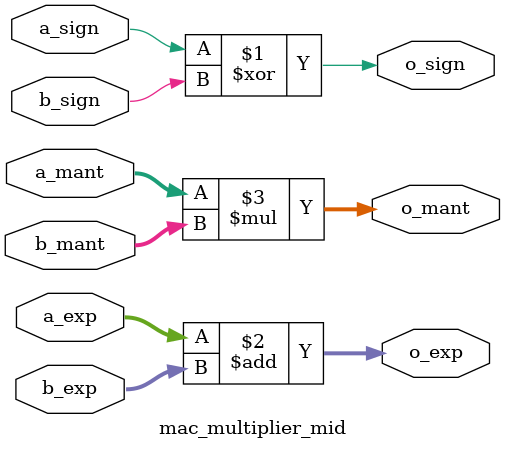
<source format=sv>

module mac_multiplier_mid (
    input  logic         a_sign     ,
    input  logic [3 :0]  a_exp      ,
    input  logic [8 :0]  a_mant     ,
    input  logic         b_sign     ,
    input  logic [3 :0]  b_exp      ,
    input  logic [8 :0]  b_mant     ,
    output logic         o_sign     ,
    output logic [4 :0]  o_exp      ,
    output logic [17:0]  o_mant     
);

assign o_sign = a_sign  ^   b_sign  ;
assign o_exp  = a_exp   +   b_exp   ;
assign o_mant = a_mant  *   b_mant  ;

endmodule
</source>
